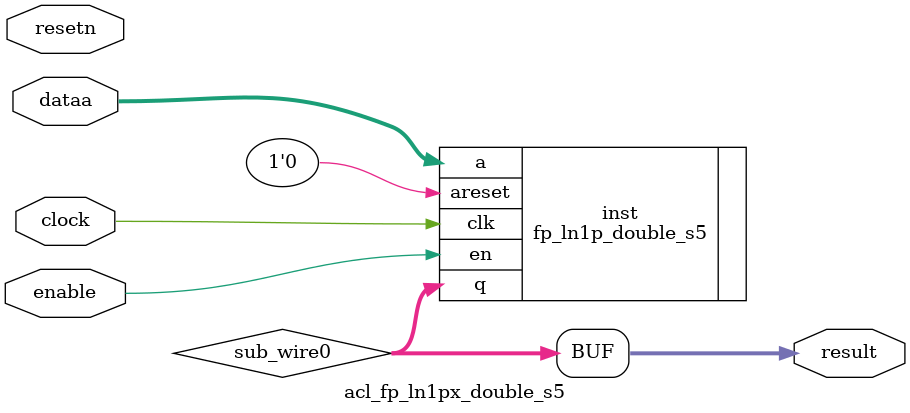
<source format=v>
    


module acl_fp_ln1px_double_s5 (
	enable, resetn,
	clock,
	dataa,
	result);

	input	  enable, resetn;
	input	  clock;
	input	[63:0]  dataa;
	output	[63:0]  result;

	wire [63:0] sub_wire0;
	wire [63:0] result = sub_wire0[63:0];

  fp_ln1p_double_s5 inst ( .clk(clock),
                  .areset(1'b0),
                  .en(enable),
                  .a(dataa),
                  .q(sub_wire0));

endmodule

</source>
